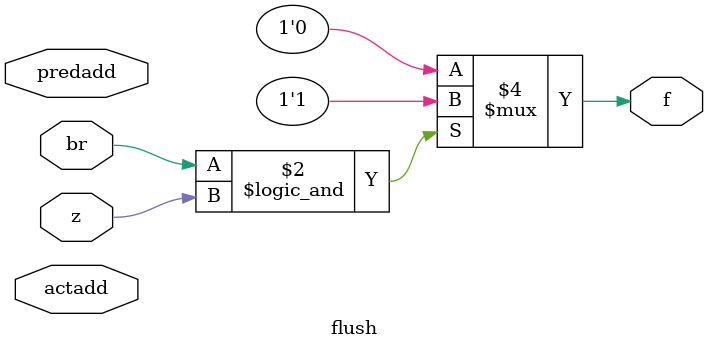
<source format=sv>
module flush(
    input logic br, 
    input logic z, 
    input logic [31:0] predadd, //predicted and actual address in branch prediction
    input logic [31:0] actadd,
    output logic f); //This signal will be passed as rst of the pipo reg to flush

always_comb
begin
    if(br && z)
        f = 1;
    else
        f = 0;
end

endmodule
</source>
